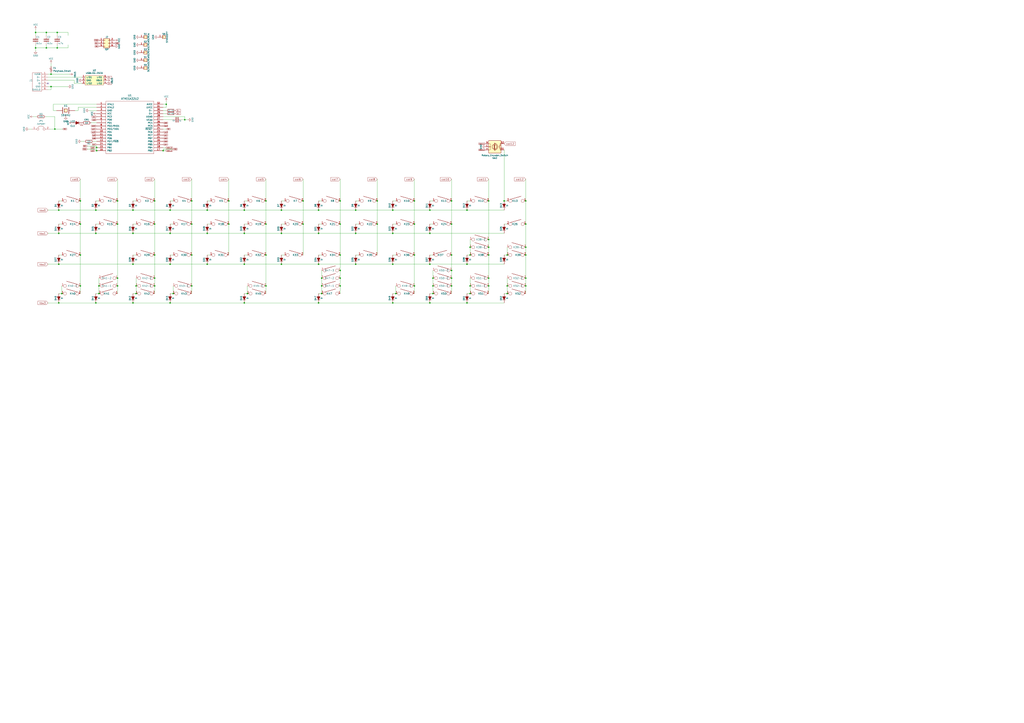
<source format=kicad_sch>
(kicad_sch (version 20211123) (generator eeschema)
  (paper "A1")
  (junction (at 81.28 234.95) (diameter 1.016))
  (junction (at 248.92 184.15) (diameter 1.016))
  (junction (at 66.04 165.1) (diameter 1.016))
  (junction (at 279.4 184.15) (diameter 1.016))
  (junction (at 292.1 191.77) (diameter 1.016))
  (junction (at 109.22 172.72) (diameter 1.016))
  (junction (at 431.8 234.95) (diameter 1.016))
  (junction (at 261.62 248.92) (diameter 1.016))
  (junction (at 431.8 209.55) (diameter 1.016))
  (junction (at 353.06 248.92) (diameter 1.016))
  (junction (at 170.18 191.77) (diameter 1.016))
  (junction (at 264.16 228.6) (diameter 1.016))
  (junction (at 370.84 234.95) (diameter 1.016))
  (junction (at 127 184.15) (diameter 1.016))
  (junction (at 78.74 248.92) (diameter 1.016))
  (junction (at 139.7 217.17) (diameter 1.016))
  (junction (at 170.18 217.17) (diameter 1.016))
  (junction (at 322.58 191.77) (diameter 1.016))
  (junction (at 401.32 196.85) (diameter 1.016))
  (junction (at 187.96 165.1) (diameter 1.016))
  (junction (at 261.62 172.72) (diameter 1.016))
  (junction (at 218.44 165.1) (diameter 1.016))
  (junction (at 401.32 234.95) (diameter 1.016))
  (junction (at 416.56 241.3) (diameter 1.016))
  (junction (at 264.16 234.95) (diameter 1.016))
  (junction (at 142.24 241.3) (diameter 1.016))
  (junction (at 309.88 165.1) (diameter 1.016))
  (junction (at 370.84 184.15) (diameter 1.016))
  (junction (at 231.14 172.72) (diameter 1.016))
  (junction (at 431.8 203.2) (diameter 1.016))
  (junction (at 325.12 241.3) (diameter 1.016))
  (junction (at 416.56 234.95) (diameter 1.016))
  (junction (at 322.58 248.92) (diameter 1.016))
  (junction (at 279.4 165.1) (diameter 1.016))
  (junction (at 66.04 184.15) (diameter 1.016))
  (junction (at 79.375 123.825) (diameter 1.016))
  (junction (at 50.8 241.3) (diameter 1.016))
  (junction (at 139.7 248.92) (diameter 1.016))
  (junction (at 200.66 248.92) (diameter 1.016))
  (junction (at 370.84 165.1) (diameter 1.016))
  (junction (at 157.48 184.15) (diameter 1.016))
  (junction (at 203.2 241.3) (diameter 1.016))
  (junction (at 431.8 165.1) (diameter 1.016))
  (junction (at 66.04 234.95) (diameter 1.016))
  (junction (at 279.4 228.6) (diameter 1.016))
  (junction (at 322.58 217.17) (diameter 1.016))
  (junction (at 340.36 234.95) (diameter 1.016))
  (junction (at 111.76 234.95) (diameter 1.016))
  (junction (at 231.14 191.77) (diameter 1.016))
  (junction (at 279.4 222.25) (diameter 1.016))
  (junction (at 355.6 234.95) (diameter 1.016))
  (junction (at 41.91 60.96) (diameter 1.016))
  (junction (at 151.765 98.425) (diameter 1.016))
  (junction (at 218.44 184.15) (diameter 1.016))
  (junction (at 46.99 39.37) (diameter 1.016))
  (junction (at 157.48 234.95) (diameter 1.016))
  (junction (at 416.56 209.55) (diameter 1.016))
  (junction (at 48.26 191.77) (diameter 1.016))
  (junction (at 96.52 228.6) (diameter 1.016))
  (junction (at 48.26 248.92) (diameter 1.016))
  (junction (at 127 165.1) (diameter 1.016))
  (junction (at 127 234.95) (diameter 1.016))
  (junction (at 401.32 165.1) (diameter 1.016))
  (junction (at 200.66 191.77) (diameter 1.016))
  (junction (at 96.52 165.1) (diameter 1.016))
  (junction (at 401.32 203.2) (diameter 1.016))
  (junction (at 353.06 172.72) (diameter 1.016))
  (junction (at 353.06 217.17) (diameter 1.016))
  (junction (at 340.36 184.15) (diameter 1.016))
  (junction (at 383.54 172.72) (diameter 1.016))
  (junction (at 383.54 248.92) (diameter 1.016))
  (junction (at 29.21 39.37) (diameter 1.016))
  (junction (at 264.16 241.3) (diameter 1.016))
  (junction (at 200.66 217.17) (diameter 1.016))
  (junction (at 78.74 191.77) (diameter 1.016))
  (junction (at 292.1 217.17) (diameter 1.016))
  (junction (at 96.52 184.15) (diameter 1.016))
  (junction (at 414.02 165.1) (diameter 1.016))
  (junction (at 231.14 217.17) (diameter 1.016))
  (junction (at 46.99 26.67) (diameter 1.016))
  (junction (at 401.32 228.6) (diameter 1.016))
  (junction (at 109.22 191.77) (diameter 1.016))
  (junction (at 340.36 209.55) (diameter 1.016))
  (junction (at 279.4 209.55) (diameter 1.016))
  (junction (at 370.84 222.25) (diameter 1.016))
  (junction (at 200.66 172.72) (diameter 1.016))
  (junction (at 45.085 106.045) (diameter 1.016))
  (junction (at 292.1 172.72) (diameter 1.016))
  (junction (at 139.7 172.72) (diameter 1.016))
  (junction (at 79.375 121.285) (diameter 1.016))
  (junction (at 386.08 234.95) (diameter 1.016))
  (junction (at 353.06 191.77) (diameter 1.016))
  (junction (at 386.08 241.3) (diameter 1.016))
  (junction (at 261.62 191.77) (diameter 1.016))
  (junction (at 96.52 234.95) (diameter 1.016))
  (junction (at 431.8 228.6) (diameter 1.016))
  (junction (at 109.22 217.17) (diameter 1.016))
  (junction (at 218.44 209.55) (diameter 1.016))
  (junction (at 111.76 241.3) (diameter 1.016))
  (junction (at 41.91 71.12) (diameter 1.016))
  (junction (at 157.48 209.55) (diameter 1.016))
  (junction (at 370.84 209.55) (diameter 1.016))
  (junction (at 38.1 39.37) (diameter 1.016))
  (junction (at 78.74 172.72) (diameter 1.016))
  (junction (at 355.6 241.3) (diameter 1.016))
  (junction (at 187.96 184.15) (diameter 1.016))
  (junction (at 355.6 228.6) (diameter 1.016))
  (junction (at 279.4 234.95) (diameter 1.016))
  (junction (at 81.28 241.3) (diameter 1.016))
  (junction (at 157.48 165.1) (diameter 1.016))
  (junction (at 136.525 85.725) (diameter 1.016))
  (junction (at 218.44 234.95) (diameter 1.016))
  (junction (at 309.88 184.15) (diameter 1.016))
  (junction (at 48.26 172.72) (diameter 1.016))
  (junction (at 401.32 209.55) (diameter 1.016))
  (junction (at 386.08 209.55) (diameter 1.016))
  (junction (at 127 209.55) (diameter 1.016))
  (junction (at 48.26 217.17) (diameter 1.016))
  (junction (at 38.1 26.67) (diameter 1.016))
  (junction (at 386.08 203.2) (diameter 1.016))
  (junction (at 370.84 228.6) (diameter 1.016))
  (junction (at 170.18 172.72) (diameter 1.016))
  (junction (at 248.92 165.1) (diameter 1.016))
  (junction (at 127 228.6) (diameter 1.016))
  (junction (at 383.54 217.17) (diameter 1.016))
  (junction (at 133.985 123.825) (diameter 1.016))
  (junction (at 66.04 209.55) (diameter 1.016))
  (junction (at 322.58 172.72) (diameter 1.016))
  (junction (at 139.7 191.77) (diameter 1.016))
  (junction (at 109.22 248.92) (diameter 1.016))
  (junction (at 261.62 217.17) (diameter 1.016))
  (junction (at 340.36 165.1) (diameter 1.016))
  (junction (at 431.8 184.15) (diameter 1.016))
  (junction (at 29.21 26.67) (diameter 1.016))
  (no_connect (at 39.37 68.58))
  (wire (pts (xy 73.025 90.805) (xy 79.375 90.805)))
  (wire (pts (xy 309.88 184.15) (xy 309.88 209.55)))
  (wire (pts (xy 261.62 184.15) (xy 264.16 184.15)))
  (wire (pts (xy 309.88 165.1) (xy 309.88 184.15)))
  (wire (pts (xy 200.66 184.15) (xy 203.2 184.15)))
  (wire (pts (xy 39.37 66.04) (xy 60.96 66.04)))
  (wire (pts (xy 136.525 106.045) (xy 133.985 106.045)))
  (wire (pts (xy 292.1 209.55) (xy 294.64 209.55)))
  (wire (pts (xy 39.37 60.96) (xy 41.91 60.96)))
  (wire (pts (xy 81.28 228.6) (xy 81.28 234.95)))
  (wire (pts (xy 55.88 39.37) (xy 55.88 36.83)))
  (wire (pts (xy 386.08 228.6) (xy 386.08 234.95)))
  (wire (pts (xy 218.44 184.15) (xy 218.44 209.55)))
  (wire (pts (xy 139.7 209.55) (xy 142.24 209.55)))
  (wire (pts (xy 200.66 172.72) (xy 231.14 172.72)))
  (wire (pts (xy 127 228.6) (xy 127 234.95)))
  (wire (pts (xy 109.22 191.77) (xy 139.7 191.77)))
  (wire (pts (xy 141.605 122.555) (xy 133.985 122.555)))
  (wire (pts (xy 139.7 191.77) (xy 170.18 191.77)))
  (wire (pts (xy 111.76 241.3) (xy 111.76 234.95)))
  (wire (pts (xy 386.08 241.3) (xy 386.08 234.95)))
  (wire (pts (xy 340.36 209.55) (xy 340.36 234.95)))
  (wire (pts (xy 292.1 165.1) (xy 294.64 165.1)))
  (wire (pts (xy 248.92 184.15) (xy 248.92 209.55)))
  (wire (pts (xy 370.84 184.15) (xy 370.84 209.55)))
  (wire (pts (xy 38.1 26.67) (xy 46.99 26.67)))
  (wire (pts (xy 416.56 165.1) (xy 414.02 165.1)))
  (wire (pts (xy 109.22 172.72) (xy 139.7 172.72)))
  (wire (pts (xy 386.08 203.2) (xy 386.08 209.55)))
  (wire (pts (xy 111.76 228.6) (xy 111.76 234.95)))
  (wire (pts (xy 142.24 234.95) (xy 142.24 241.3)))
  (wire (pts (xy 133.985 90.805) (xy 136.525 90.805)))
  (wire (pts (xy 248.92 165.1) (xy 248.92 184.15)))
  (wire (pts (xy 401.32 234.95) (xy 401.32 241.3)))
  (wire (pts (xy 48.26 172.72) (xy 78.74 172.72)))
  (wire (pts (xy 322.58 165.1) (xy 325.12 165.1)))
  (wire (pts (xy 157.48 165.1) (xy 157.48 184.15)))
  (wire (pts (xy 41.91 73.66) (xy 41.91 71.12)))
  (wire (pts (xy 46.99 26.67) (xy 46.99 29.21)))
  (wire (pts (xy 383.54 248.92) (xy 414.02 248.92)))
  (wire (pts (xy 79.375 121.285) (xy 79.375 120.015)))
  (wire (pts (xy 39.37 217.17) (xy 48.26 217.17)))
  (wire (pts (xy 203.2 165.1) (xy 200.66 165.1)))
  (wire (pts (xy 60.96 66.04) (xy 60.96 68.58)))
  (wire (pts (xy 279.4 222.25) (xy 279.4 228.6)))
  (wire (pts (xy 416.56 228.6) (xy 416.56 234.95)))
  (wire (pts (xy 46.355 90.805) (xy 43.815 90.805)))
  (wire (pts (xy 78.105 121.285) (xy 79.375 121.285)))
  (wire (pts (xy 38.1 26.67) (xy 38.1 29.21)))
  (wire (pts (xy 29.21 39.37) (xy 38.1 39.37)))
  (wire (pts (xy 127 147.32) (xy 127 165.1)))
  (wire (pts (xy 200.66 209.55) (xy 203.2 209.55)))
  (wire (pts (xy 170.18 209.55) (xy 172.72 209.55)))
  (wire (pts (xy 187.96 147.32) (xy 187.96 165.1)))
  (wire (pts (xy 71.755 120.015) (xy 79.375 120.015)))
  (wire (pts (xy 261.62 209.55) (xy 264.16 209.55)))
  (wire (pts (xy 261.62 165.1) (xy 264.16 165.1)))
  (wire (pts (xy 431.8 147.32) (xy 431.8 165.1)))
  (wire (pts (xy 353.06 217.17) (xy 383.54 217.17)))
  (wire (pts (xy 45.085 95.885) (xy 45.085 106.045)))
  (wire (pts (xy 139.7 184.15) (xy 142.24 184.15)))
  (wire (pts (xy 292.1 191.77) (xy 322.58 191.77)))
  (wire (pts (xy 401.32 165.1) (xy 401.32 196.85)))
  (wire (pts (xy 386.08 165.1) (xy 383.54 165.1)))
  (wire (pts (xy 38.1 36.83) (xy 38.1 39.37)))
  (wire (pts (xy 325.12 234.95) (xy 325.12 241.3)))
  (wire (pts (xy 340.36 165.1) (xy 340.36 184.15)))
  (wire (pts (xy 133.985 85.725) (xy 136.525 85.725)))
  (wire (pts (xy 151.765 95.885) (xy 133.985 95.885)))
  (wire (pts (xy 322.58 184.15) (xy 325.12 184.15)))
  (wire (pts (xy 322.58 248.92) (xy 353.06 248.92)))
  (wire (pts (xy 370.84 147.32) (xy 370.84 165.1)))
  (wire (pts (xy 55.88 26.67) (xy 55.88 29.21)))
  (wire (pts (xy 431.8 234.95) (xy 431.8 241.3)))
  (wire (pts (xy 248.92 147.32) (xy 248.92 165.1)))
  (wire (pts (xy 60.96 68.58) (xy 67.31 68.58)))
  (wire (pts (xy 46.99 26.67) (xy 55.88 26.67)))
  (wire (pts (xy 414.02 209.55) (xy 416.56 209.55)))
  (wire (pts (xy 48.26 191.77) (xy 78.74 191.77)))
  (wire (pts (xy 39.37 73.66) (xy 41.91 73.66)))
  (wire (pts (xy 46.99 39.37) (xy 46.99 36.83)))
  (wire (pts (xy 48.26 248.92) (xy 78.74 248.92)))
  (wire (pts (xy 50.8 184.15) (xy 48.26 184.15)))
  (wire (pts (xy 431.8 203.2) (xy 431.8 209.55)))
  (wire (pts (xy 41.91 54.61) (xy 41.91 52.07)))
  (wire (pts (xy 109.22 165.1) (xy 111.76 165.1)))
  (wire (pts (xy 78.74 191.77) (xy 109.22 191.77)))
  (wire (pts (xy 322.58 191.77) (xy 353.06 191.77)))
  (wire (pts (xy 264.16 222.25) (xy 264.16 228.6)))
  (wire (pts (xy 43.815 85.725) (xy 79.375 85.725)))
  (wire (pts (xy 264.16 234.95) (xy 264.16 241.3)))
  (wire (pts (xy 50.8 241.3) (xy 48.26 241.3)))
  (wire (pts (xy 127 234.95) (xy 127 241.3)))
  (wire (pts (xy 370.84 222.25) (xy 370.84 228.6)))
  (wire (pts (xy 79.375 116.205) (xy 76.835 116.205)))
  (wire (pts (xy 96.52 165.1) (xy 96.52 184.15)))
  (wire (pts (xy 231.14 184.15) (xy 233.68 184.15)))
  (wire (pts (xy 43.815 85.725) (xy 43.815 90.805)))
  (wire (pts (xy 231.14 191.77) (xy 261.62 191.77)))
  (wire (pts (xy 218.44 147.32) (xy 218.44 165.1)))
  (wire (pts (xy 133.985 121.285) (xy 135.89 121.285)))
  (wire (pts (xy 261.62 191.77) (xy 292.1 191.77)))
  (wire (pts (xy 78.74 165.1) (xy 81.28 165.1)))
  (wire (pts (xy 218.44 209.55) (xy 218.44 234.95)))
  (wire (pts (xy 279.4 234.95) (xy 279.4 241.3)))
  (wire (pts (xy 41.275 106.045) (xy 45.085 106.045)))
  (wire (pts (xy 154.305 98.425) (xy 151.765 98.425)))
  (wire (pts (xy 292.1 172.72) (xy 322.58 172.72)))
  (wire (pts (xy 401.32 209.55) (xy 401.32 228.6)))
  (wire (pts (xy 133.985 123.825) (xy 135.89 123.825)))
  (wire (pts (xy 78.74 172.72) (xy 109.22 172.72)))
  (wire (pts (xy 39.37 71.12) (xy 41.91 71.12)))
  (wire (pts (xy 414.02 123.19) (xy 414.02 165.1)))
  (wire (pts (xy 109.22 248.92) (xy 139.7 248.92)))
  (wire (pts (xy 139.7 241.3) (xy 142.24 241.3)))
  (wire (pts (xy 41.91 60.96) (xy 57.15 60.96)))
  (wire (pts (xy 187.96 165.1) (xy 187.96 184.15)))
  (wire (pts (xy 416.56 234.95) (xy 416.56 241.3)))
  (wire (pts (xy 69.215 116.205) (xy 66.675 116.205)))
  (wire (pts (xy 170.18 172.72) (xy 200.66 172.72)))
  (wire (pts (xy 157.48 234.95) (xy 157.48 241.3)))
  (wire (pts (xy 39.37 172.72) (xy 48.26 172.72)))
  (wire (pts (xy 64.135 88.265) (xy 64.135 90.805)))
  (wire (pts (xy 37.465 95.885) (xy 45.085 95.885)))
  (wire (pts (xy 127 165.1) (xy 127 184.15)))
  (wire (pts (xy 233.68 165.1) (xy 231.14 165.1)))
  (wire (pts (xy 292.1 184.15) (xy 294.64 184.15)))
  (wire (pts (xy 355.6 228.6) (xy 355.6 234.95)))
  (wire (pts (xy 231.14 217.17) (xy 261.62 217.17)))
  (wire (pts (xy 353.06 248.92) (xy 383.54 248.92)))
  (wire (pts (xy 322.58 241.3) (xy 325.12 241.3)))
  (wire (pts (xy 71.755 122.555) (xy 79.375 122.555)))
  (wire (pts (xy 431.8 228.6) (xy 431.8 234.95)))
  (wire (pts (xy 50.8 165.1) (xy 48.26 165.1)))
  (wire (pts (xy 39.37 63.5) (xy 67.31 63.5)))
  (wire (pts (xy 81.28 241.3) (xy 78.74 241.3)))
  (wire (pts (xy 370.84 228.6) (xy 370.84 234.95)))
  (wire (pts (xy 416.56 241.3) (xy 414.02 241.3)))
  (wire (pts (xy 353.06 191.77) (xy 414.02 191.77)))
  (wire (pts (xy 401.32 228.6) (xy 401.32 234.95)))
  (wire (pts (xy 340.36 234.95) (xy 340.36 241.3)))
  (wire (pts (xy 109.22 209.55) (xy 111.76 209.55)))
  (wire (pts (xy 414.02 184.15) (xy 416.56 184.15)))
  (wire (pts (xy 218.44 234.95) (xy 218.44 241.3)))
  (wire (pts (xy 355.6 241.3) (xy 353.06 241.3)))
  (wire (pts (xy 279.4 209.55) (xy 279.4 222.25)))
  (wire (pts (xy 61.595 90.805) (xy 64.135 90.805)))
  (wire (pts (xy 431.8 165.1) (xy 431.8 184.15)))
  (wire (pts (xy 157.48 147.32) (xy 157.48 165.1)))
  (wire (pts (xy 353.06 209.55) (xy 355.6 209.55)))
  (wire (pts (xy 79.375 122.555) (xy 79.375 123.825)))
  (wire (pts (xy 48.26 209.55) (xy 50.8 209.55)))
  (wire (pts (xy 41.91 71.12) (xy 55.88 71.12)))
  (wire (pts (xy 96.52 234.95) (xy 96.52 241.3)))
  (wire (pts (xy 39.37 191.77) (xy 48.26 191.77)))
  (wire (pts (xy 81.28 184.15) (xy 78.74 184.15)))
  (wire (pts (xy 170.18 184.15) (xy 172.72 184.15)))
  (wire (pts (xy 322.58 217.17) (xy 353.06 217.17)))
  (wire (pts (xy 200.66 248.92) (xy 261.62 248.92)))
  (wire (pts (xy 383.54 241.3) (xy 386.08 241.3)))
  (wire (pts (xy 279.4 165.1) (xy 279.4 184.15)))
  (wire (pts (xy 353.06 172.72) (xy 383.54 172.72)))
  (wire (pts (xy 386.08 209.55) (xy 383.54 209.55)))
  (wire (pts (xy 340.36 147.32) (xy 340.36 165.1)))
  (wire (pts (xy 66.04 147.32) (xy 66.04 165.1)))
  (wire (pts (xy 133.985 122.555) (xy 133.985 123.825)))
  (wire (pts (xy 151.765 95.885) (xy 151.765 98.425)))
  (wire (pts (xy 322.58 172.72) (xy 353.06 172.72)))
  (wire (pts (xy 96.52 147.32) (xy 96.52 165.1)))
  (wire (pts (xy 279.4 147.32) (xy 279.4 165.1)))
  (wire (pts (xy 79.375 88.265) (xy 64.135 88.265)))
  (wire (pts (xy 136.525 93.345) (xy 133.985 93.345)))
  (wire (pts (xy 139.7 172.72) (xy 170.18 172.72)))
  (wire (pts (xy 170.18 217.17) (xy 200.66 217.17)))
  (wire (pts (xy 309.88 147.32) (xy 309.88 165.1)))
  (wire (pts (xy 29.21 39.37) (xy 29.21 41.91)))
  (wire (pts (xy 29.21 36.83) (xy 29.21 39.37)))
  (wire (pts (xy 139.7 165.1) (xy 142.24 165.1)))
  (wire (pts (xy 45.085 106.045) (xy 51.435 106.045)))
  (wire (pts (xy 261.62 217.17) (xy 292.1 217.17)))
  (wire (pts (xy 66.04 209.55) (xy 66.04 234.95)))
  (wire (pts (xy 39.37 248.92) (xy 48.26 248.92)))
  (wire (pts (xy 66.04 234.95) (xy 66.04 241.3)))
  (wire (pts (xy 383.54 217.17) (xy 414.02 217.17)))
  (wire (pts (xy 200.66 217.17) (xy 231.14 217.17)))
  (wire (pts (xy 386.08 196.85) (xy 386.08 203.2)))
  (wire (pts (xy 136.525 85.725) (xy 136.525 83.185)))
  (wire (pts (xy 200.66 241.3) (xy 203.2 241.3)))
  (wire (pts (xy 431.8 209.55) (xy 431.8 228.6)))
  (wire (pts (xy 292.1 217.17) (xy 322.58 217.17)))
  (wire (pts (xy 353.06 184.15) (xy 355.6 184.15)))
  (wire (pts (xy 29.21 26.67) (xy 29.21 29.21)))
  (wire (pts (xy 151.765 98.425) (xy 149.225 98.425)))
  (wire (pts (xy 38.1 39.37) (xy 46.99 39.37)))
  (wire (pts (xy 46.99 39.37) (xy 55.88 39.37)))
  (wire (pts (xy 340.36 184.15) (xy 340.36 209.55)))
  (wire (pts (xy 370.84 234.95) (xy 370.84 241.3)))
  (wire (pts (xy 74.93 100.965) (xy 79.375 100.965)))
  (wire (pts (xy 27.305 95.885) (xy 29.845 95.885)))
  (wire (pts (xy 370.84 209.55) (xy 370.84 222.25)))
  (wire (pts (xy 26.035 106.045) (xy 23.495 106.045)))
  (wire (pts (xy 157.48 209.55) (xy 157.48 234.95)))
  (wire (pts (xy 141.605 98.425) (xy 133.985 98.425)))
  (wire (pts (xy 50.8 234.95) (xy 50.8 241.3)))
  (wire (pts (xy 401.32 147.32) (xy 401.32 165.1)))
  (wire (pts (xy 29.21 24.13) (xy 29.21 26.67)))
  (wire (pts (xy 231.14 209.55) (xy 233.68 209.55)))
  (wire (pts (xy 264.16 241.3) (xy 261.62 241.3)))
  (wire (pts (xy 200.66 191.77) (xy 231.14 191.77)))
  (wire (pts (xy 431.8 184.15) (xy 431.8 203.2)))
  (wire (pts (xy 81.28 234.95) (xy 81.28 241.3)))
  (wire (pts (xy 139.7 217.17) (xy 170.18 217.17)))
  (wire (pts (xy 401.32 196.85) (xy 401.32 203.2)))
  (wire (pts (xy 170.18 165.1) (xy 172.72 165.1)))
  (wire (pts (xy 187.96 184.15) (xy 187.96 209.55)))
  (wire (pts (xy 48.26 217.17) (xy 109.22 217.17)))
  (wire (pts (xy 96.52 184.15) (xy 96.52 228.6)))
  (wire (pts (xy 109.22 217.17) (xy 139.7 217.17)))
  (wire (pts (xy 401.32 203.2) (xy 401.32 209.55)))
  (wire (pts (xy 109.22 241.3) (xy 111.76 241.3)))
  (wire (pts (xy 133.985 88.265) (xy 136.525 88.265)))
  (wire (pts (xy 78.74 248.92) (xy 109.22 248.92)))
  (wire (pts (xy 264.16 228.6) (xy 264.16 234.95)))
  (wire (pts (xy 111.76 184.15) (xy 109.22 184.15)))
  (wire (pts (xy 322.58 209.55) (xy 325.12 209.55)))
  (wire (pts (xy 139.7 248.92) (xy 200.66 248.92)))
  (wire (pts (xy 279.4 184.15) (xy 279.4 209.55)))
  (wire (pts (xy 370.84 165.1) (xy 370.84 184.15)))
  (wire (pts (xy 78.105 123.825) (xy 79.375 123.825)))
  (wire (pts (xy 231.14 172.72) (xy 261.62 172.72)))
  (wire (pts (xy 29.21 26.67) (xy 38.1 26.67)))
  (wire (pts (xy 41.91 60.96) (xy 41.91 59.69)))
  (wire (pts (xy 66.04 165.1) (xy 66.04 184.15)))
  (wire (pts (xy 127 184.15) (xy 127 209.55)))
  (wire (pts (xy 355.6 165.1) (xy 353.06 165.1)))
  (wire (pts (xy 66.04 184.15) (xy 66.04 209.55)))
  (wire (pts (xy 218.44 165.1) (xy 218.44 184.15)))
  (wire (pts (xy 127 209.55) (xy 127 228.6)))
  (wire (pts (xy 136.525 88.265) (xy 136.525 85.725)))
  (wire (pts (xy 203.2 234.95) (xy 203.2 241.3)))
  (wire (pts (xy 416.56 209.55) (xy 416.56 203.2)))
  (wire (pts (xy 170.18 191.77) (xy 200.66 191.77)))
  (wire (pts (xy 96.52 228.6) (xy 96.52 234.95)))
  (wire (pts (xy 261.62 248.92) (xy 322.58 248.92)))
  (wire (pts (xy 355.6 234.95) (xy 355.6 241.3)))
  (wire (pts (xy 383.54 172.72) (xy 414.02 172.72)))
  (wire (pts (xy 261.62 172.72) (xy 292.1 172.72)))
  (wire (pts (xy 279.4 228.6) (xy 279.4 234.95)))
  (wire (pts (xy 355.6 222.25) (xy 355.6 228.6)))
  (wire (pts (xy 157.48 184.15) (xy 157.48 209.55)))
  (global_label "col9" (shape input) (at 340.36 147.32 180) (effects (font (size 1.524 1.524))) (property "Intersheet References" "${INTERSHEET_REFS}" (effects hide)))
  (global_label "row2" (shape input) (at 133.985 103.505 0) (effects (font (size 0.7112 0.7112))) (property "Intersheet References" "${INTERSHEET_REFS}" (effects hide)))
  (global_label "MISO" (shape input) (at 81.28 33.02 180) (effects (font (size 0.7112 0.7112))) (property "Intersheet References" "${INTERSHEET_REFS}" (effects hide)))
  (global_label "col4" (shape input) (at 133.985 118.745 0) (effects (font (size 0.7112 0.7112))) (property "Intersheet References" "${INTERSHEET_REFS}" (effects hide)))
  (global_label "col8" (shape input) (at 309.88 147.32 180) (effects (font (size 1.524 1.524))) (property "Intersheet References" "${INTERSHEET_REFS}" (effects hide)))
  (global_label "col2" (shape input) (at 127 147.32 180) (effects (font (size 1.524 1.524))) (property "Intersheet References" "${INTERSHEET_REFS}" (effects hide)))
  (global_label "rotary_b" (shape input) (at 398.78 118.11 180) (effects (font (size 0.7112 0.7112))) (property "Intersheet References" "${INTERSHEET_REFS}" (effects hide)))
  (global_label "col1" (shape input) (at 96.52 147.32 180) (effects (font (size 1.524 1.524))) (property "Intersheet References" "${INTERSHEET_REFS}" (effects hide)))
  (global_label "col5" (shape input) (at 78.105 123.825 180) (effects (font (size 0.7112 0.7112))) (property "Intersheet References" "${INTERSHEET_REFS}" (effects hide)))
  (global_label "D-" (shape input) (at 87.63 63.5 0) (effects (font (size 0.9906 0.9906))) (property "Intersheet References" "${INTERSHEET_REFS}" (effects hide)))
  (global_label "row0" (shape input) (at 39.37 172.72 180) (effects (font (size 1.524 1.524))) (property "Intersheet References" "${INTERSHEET_REFS}" (effects hide)))
  (global_label "D+" (shape input) (at 144.145 93.345 0) (effects (font (size 0.9906 0.9906))) (property "Intersheet References" "${INTERSHEET_REFS}" (effects hide)))
  (global_label "MOSI" (shape input) (at 93.98 35.56 0) (effects (font (size 0.7112 0.7112))) (property "Intersheet References" "${INTERSHEET_REFS}" (effects hide)))
  (global_label "col6" (shape input) (at 248.92 147.32 180) (effects (font (size 1.524 1.524))) (property "Intersheet References" "${INTERSHEET_REFS}" (effects hide)))
  (global_label "col9" (shape input) (at 79.375 111.125 180) (effects (font (size 0.7112 0.7112))) (property "Intersheet References" "${INTERSHEET_REFS}" (effects hide)))
  (global_label "col4" (shape input) (at 187.96 147.32 180) (effects (font (size 1.524 1.524))) (property "Intersheet References" "${INTERSHEET_REFS}" (effects hide)))
  (global_label "col11" (shape input) (at 79.375 106.045 180) (effects (font (size 0.7112 0.7112))) (property "Intersheet References" "${INTERSHEET_REFS}" (effects hide)))
  (global_label "col2" (shape input) (at 133.985 113.665 0) (effects (font (size 0.7112 0.7112))) (property "Intersheet References" "${INTERSHEET_REFS}" (effects hide)))
  (global_label "col12" (shape input) (at 414.02 118.11 0) (effects (font (size 1.524 1.524))) (property "Intersheet References" "${INTERSHEET_REFS}" (effects hide)))
  (global_label "rotary_a" (shape input) (at 398.78 123.19 180) (effects (font (size 0.7112 0.7112))) (property "Intersheet References" "${INTERSHEET_REFS}" (effects hide)))
  (global_label "col3" (shape input) (at 157.48 147.32 180) (effects (font (size 1.524 1.524))) (property "Intersheet References" "${INTERSHEET_REFS}" (effects hide)))
  (global_label "row3" (shape input) (at 39.37 248.92 180) (effects (font (size 1.524 1.524))) (property "Intersheet References" "${INTERSHEET_REFS}" (effects hide)))
  (global_label "col10" (shape input) (at 370.84 147.32 180) (effects (font (size 1.524 1.524))) (property "Intersheet References" "${INTERSHEET_REFS}" (effects hide)))
  (global_label "RST" (shape input) (at 136.525 106.045 0) (effects (font (size 0.7112 0.7112))) (property "Intersheet References" "${INTERSHEET_REFS}" (effects hide)))
  (global_label "rotary_b" (shape input) (at 135.89 121.285 0) (effects (font (size 0.7112 0.7112))) (property "Intersheet References" "${INTERSHEET_REFS}" (effects hide)))
  (global_label "row1" (shape input) (at 39.37 191.77 180) (effects (font (size 1.524 1.524))) (property "Intersheet References" "${INTERSHEET_REFS}" (effects hide)))
  (global_label "col3" (shape input) (at 133.985 116.205 0) (effects (font (size 0.7112 0.7112))) (property "Intersheet References" "${INTERSHEET_REFS}" (effects hide)))
  (global_label "row2" (shape input) (at 39.37 217.17 180) (effects (font (size 1.524 1.524))) (property "Intersheet References" "${INTERSHEET_REFS}" (effects hide)))
  (global_label "col7" (shape input) (at 279.4 147.32 180) (effects (font (size 1.524 1.524))) (property "Intersheet References" "${INTERSHEET_REFS}" (effects hide)))
  (global_label "MISO" (shape input) (at 141.605 122.555 0) (effects (font (size 0.7112 0.7112))) (property "Intersheet References" "${INTERSHEET_REFS}" (effects hide)))
  (global_label "col0" (shape input) (at 66.04 147.32 180) (effects (font (size 1.524 1.524))) (property "Intersheet References" "${INTERSHEET_REFS}" (effects hide)))
  (global_label "rotary_a" (shape input) (at 135.89 123.825 0) (effects (font (size 0.7112 0.7112))) (property "Intersheet References" "${INTERSHEET_REFS}" (effects hide)))
  (global_label "SCK" (shape input) (at 81.28 35.56 180) (effects (font (size 0.7112 0.7112))) (property "Intersheet References" "${INTERSHEET_REFS}" (effects hide)))
  (global_label "SCK" (shape input) (at 71.755 120.015 180) (effects (font (size 0.7112 0.7112))) (property "Intersheet References" "${INTERSHEET_REFS}" (effects hide)))
  (global_label "col5" (shape input) (at 218.44 147.32 180) (effects (font (size 1.524 1.524))) (property "Intersheet References" "${INTERSHEET_REFS}" (effects hide)))
  (global_label "col10" (shape input) (at 79.375 108.585 180) (effects (font (size 0.7112 0.7112))) (property "Intersheet References" "${INTERSHEET_REFS}" (effects hide)))
  (global_label "col7" (shape input) (at 79.375 118.745 180) (effects (font (size 0.7112 0.7112))) (property "Intersheet References" "${INTERSHEET_REFS}" (effects hide)))
  (global_label "row1" (shape input) (at 79.375 95.885 180) (effects (font (size 0.7112 0.7112))) (property "Intersheet References" "${INTERSHEET_REFS}" (effects hide)))
  (global_label "RST" (shape input) (at 51.435 106.045 0) (effects (font (size 0.7112 0.7112))) (property "Intersheet References" "${INTERSHEET_REFS}" (effects hide)))
  (global_label "col11" (shape input) (at 401.32 147.32 180) (effects (font (size 1.524 1.524))) (property "Intersheet References" "${INTERSHEET_REFS}" (effects hide)))
  (global_label "D-" (shape input) (at 144.145 90.805 0) (effects (font (size 0.9906 0.9906))) (property "Intersheet References" "${INTERSHEET_REFS}" (effects hide)))
  (global_label "RST" (shape input) (at 81.28 38.1 180) (effects (font (size 0.7112 0.7112))) (property "Intersheet References" "${INTERSHEET_REFS}" (effects hide)))
  (global_label "col12" (shape input) (at 79.375 103.505 180) (effects (font (size 0.7112 0.7112))) (property "Intersheet References" "${INTERSHEET_REFS}" (effects hide)))
  (global_label "col6" (shape input) (at 78.105 121.285 180) (effects (font (size 0.7112 0.7112))) (property "Intersheet References" "${INTERSHEET_REFS}" (effects hide)))
  (global_label "col8" (shape input) (at 79.375 113.665 180) (effects (font (size 0.7112 0.7112))) (property "Intersheet References" "${INTERSHEET_REFS}" (effects hide)))
  (global_label "col1" (shape input) (at 133.985 111.125 0) (effects (font (size 0.7112 0.7112))) (property "Intersheet References" "${INTERSHEET_REFS}" (effects hide)))
  (global_label "col0" (shape input) (at 133.985 100.965 0) (effects (font (size 0.7112 0.7112))) (property "Intersheet References" "${INTERSHEET_REFS}" (effects hide)))
  (global_label "row3" (shape input) (at 133.985 108.585 0) (effects (font (size 0.7112 0.7112))) (property "Intersheet References" "${INTERSHEET_REFS}" (effects hide)))
  (global_label "col12" (shape input) (at 431.8 147.32 180) (effects (font (size 1.524 1.524))) (property "Intersheet References" "${INTERSHEET_REFS}" (effects hide)))
  (global_label "D+" (shape input) (at 87.63 68.58 0) (effects (font (size 0.9906 0.9906))) (property "Intersheet References" "${INTERSHEET_REFS}" (effects hide)))
  (global_label "MOSI" (shape input) (at 71.755 122.555 180) (effects (font (size 0.7112 0.7112))) (property "Intersheet References" "${INTERSHEET_REFS}" (effects hide)))
  (global_label "row0" (shape input) (at 79.375 98.425 180) (effects (font (size 0.7112 0.7112))) (property "Intersheet References" "${INTERSHEET_REFS}" (effects hide)))
  (symbol (lib_id "keyboard_parts:XTAL_GND") (at 53.975 90.805 0) (unit 1)
    (property "Reference" "X1" (at 53.975 86.995 0) (effects (font (size 1.524 1.524))))
    (property "Value" "16mhz" (at 53.975 94.615 0) (effects (font (size 1.524 1.524))))
    (property "Footprint" "Keeb_components:Resonator_SMD_muRata_CSTNExxV-3Pin-p1.2" (effects hide))
  )
  (symbol (lib_id "Power:GND") (at 73.025 90.805 270) (unit 1)
    (property "Reference" "#PWR01" (effects hide))
    (property "Value" "GND" (at 69.215 90.805 0))
  )
  (symbol (lib_id "Power:VCC") (at 29.21 24.13 0) (unit 1)
    (property "Reference" "#PWR02" (effects hide))
    (property "Value" "VCC" (at 29.21 20.32 0))
  )
  (symbol (lib_id "Device:C") (at 29.21 33.02 0) (unit 1)
    (property "Reference" "C1" (at 29.845 30.48 0) (effects (justify left)))
    (property "Value" "0.1u" (at 29.845 35.56 0) (effects (justify left)))
    (property "Footprint" "Keeb_components:C_0603" (effects hide))
  )
  (symbol (lib_id "Device:C") (at 38.1 33.02 0) (unit 1)
    (property "Reference" "C2" (at 38.735 30.48 0) (effects (justify left)))
    (property "Value" "0.1u" (at 38.735 35.56 0) (effects (justify left)))
    (property "Footprint" "Keeb_components:C_0603" (effects hide))
  )
  (symbol (lib_id "Device:C") (at 46.99 33.02 0) (unit 1)
    (property "Reference" "C3" (at 47.625 30.48 0) (effects (justify left)))
    (property "Value" "4.7u" (at 47.625 35.56 0) (effects (justify left)))
    (property "Footprint" "Keeb_components:C_0603" (effects hide))
  )
  (symbol (lib_id "Power:GND") (at 29.21 41.91 0) (unit 1)
    (property "Reference" "#PWR03" (effects hide))
    (property "Value" "GND" (at 29.21 45.72 0))
  )
  (symbol (lib_id "Device:R") (at 33.655 95.885 90) (unit 1)
    (property "Reference" "R3" (at 33.655 93.853 90))
    (property "Value" "10k" (at 33.655 95.885 90))
    (property "Footprint" "Keeb_components:R_0603" (effects hide))
  )
  (symbol (lib_id "Power:VCC") (at 27.305 95.885 90) (unit 1)
    (property "Reference" "#PWR04" (effects hide))
    (property "Value" "VCC" (at 23.495 95.885 0))
  )
  (symbol (lib_id "Power:GND") (at 23.495 106.045 270) (unit 1)
    (property "Reference" "#PWR05" (effects hide))
    (property "Value" "GND" (at 19.685 106.045 0))
  )
  (symbol (lib_id "Device:R") (at 73.025 116.205 270) (unit 1)
    (property "Reference" "R4" (at 73.025 118.237 90))
    (property "Value" "10k" (at 73.025 116.205 90))
    (property "Footprint" "Keeb_components:R_0603" (effects hide))
  )
  (symbol (lib_id "Power:GND") (at 66.675 116.205 270) (unit 1)
    (property "Reference" "#PWR06" (effects hide))
    (property "Value" "GND" (at 62.865 116.205 0))
  )
  (symbol (lib_id "keyboard_parts:USB_mini_micro_B") (at 35.56 64.77 0) (unit 1)
    (property "Reference" "J1" (at 25.4 66.04 0) (effects (font (size 1.524 1.524))))
    (property "Value" "USB_mini_micro_B" (effects hide))
    (property "Footprint" "Keeb_components:U-F-M5DD-Y-L" (effects hide))
  )
  (symbol (lib_id "Power:VCC") (at 41.91 52.07 0) (unit 1)
    (property "Reference" "#PWR07" (effects hide))
    (property "Value" "VCC" (at 41.91 48.26 0))
  )
  (symbol (lib_id "Power:GND") (at 154.305 98.425 90) (unit 1)
    (property "Reference" "#PWR08" (effects hide))
    (property "Value" "GND" (at 158.115 98.425 0))
  )
  (symbol (lib_id "Device:C") (at 145.415 98.425 90) (mirror x) (unit 1)
    (property "Reference" "C4" (at 143.8656 99.1362 90) (effects (font (size 0.9906 0.9906)) (justify left)))
    (property "Value" "1u" (at 148.9456 99.1362 90) (effects (font (size 0.9906 0.9906)) (justify left)))
    (property "Footprint" "Keeb_components:C_0603" (effects hide))
  )
  (symbol (lib_id "Device:R") (at 140.335 90.805 270) (mirror x) (unit 1)
    (property "Reference" "R1" (at 141.8336 90.805 90) (effects (font (size 0.9906 0.9906))))
    (property "Value" "22" (at 139.0396 90.805 90) (effects (font (size 0.9906 0.9906))))
    (property "Footprint" "Keeb_components:R_0603" (effects hide))
  )
  (symbol (lib_id "Device:R") (at 140.335 93.345 270) (mirror x) (unit 1)
    (property "Reference" "R2" (at 141.8336 93.345 90) (effects (font (size 0.9906 0.9906))))
    (property "Value" "22" (at 139.0396 93.345 90) (effects (font (size 0.9906 0.9906))))
    (property "Footprint" "Keeb_components:R_0603" (effects hide))
  )
  (symbol (lib_id "Power:VCC") (at 136.525 83.185 0) (mirror y) (unit 1)
    (property "Reference" "#PWR013" (effects hide))
    (property "Value" "VCC" (at 136.525 79.375 0))
  )
  (symbol (lib_id "keyboard_parts:KEYSW") (at 58.42 165.1 0) (mirror y) (unit 1)
    (property "Reference" "K1" (at 59.69 165.1 0) (effects (font (size 1.524 1.524))))
    (property "Value" "KEYSW" (effects hide))
    (property "Footprint" "Keeb_switches:CHERRY_PLATE_100H" (effects hide))
  )
  (symbol (lib_id "keyboard_parts:KEYSW") (at 58.42 184.15 0) (mirror y) (unit 1)
    (property "Reference" "K14" (at 59.69 184.15 0) (effects (font (size 1.524 1.524))))
    (property "Value" "KEYSW" (effects hide))
    (property "Footprint" "Keeb_switches:CHERRY_PLATE_125H" (effects hide))
  )
  (symbol (lib_id "keyboard_parts:KEYSW") (at 58.42 209.55 0) (mirror y) (unit 1)
    (property "Reference" "K27" (at 59.69 209.55 0) (effects (font (size 1.524 1.524))))
    (property "Value" "KEYSW" (effects hide))
    (property "Footprint" "Keeb_switches:CHERRY_PLATE_175H" (effects hide))
  )
  (symbol (lib_id "keyboard_parts:KEYSW") (at 58.42 241.3 0) (mirror y) (unit 1)
    (property "Reference" "K40" (at 59.69 241.3 0) (effects (font (size 1.524 1.524))))
    (property "Value" "KEYSW" (effects hide))
    (property "Footprint" "Keeb_switches:CHERRY_PLATE_125H" (effects hide))
  )
  (symbol (lib_id "Device:D_ALT") (at 48.26 168.91 90) (unit 1)
    (property "Reference" "D1" (at 45.72 168.91 0))
    (property "Value" "D" (at 50.8 168.91 0))
    (property "Footprint" "Keeb_components:D_0805" (effects hide))
  )
  (symbol (lib_id "Device:D_ALT") (at 48.26 187.96 90) (unit 1)
    (property "Reference" "D14" (at 45.72 187.96 0))
    (property "Value" "D" (at 50.8 187.96 0))
    (property "Footprint" "Keeb_components:D_0805" (effects hide))
  )
  (symbol (lib_id "Device:D_ALT") (at 48.26 213.36 90) (unit 1)
    (property "Reference" "D27" (at 45.72 213.36 0))
    (property "Value" "D" (at 50.8 213.36 0))
    (property "Footprint" "Keeb_components:D_0805" (effects hide))
  )
  (symbol (lib_id "Device:D_ALT") (at 48.26 245.11 90) (unit 1)
    (property "Reference" "D40" (at 45.72 245.11 0))
    (property "Value" "D" (at 50.8 245.11 0))
    (property "Footprint" "Keeb_components:D_0805" (effects hide))
  )
  (symbol (lib_id "keyboard_parts:KEYSW") (at 88.9 165.1 0) (mirror y) (unit 1)
    (property "Reference" "K2" (at 90.17 165.1 0) (effects (font (size 1.524 1.524))))
    (property "Value" "KEYSW" (effects hide))
    (property "Footprint" "Keeb_switches:CHERRY_PLATE_100H" (effects hide))
  )
  (symbol (lib_id "keyboard_parts:KEYSW") (at 88.9 184.15 0) (mirror y) (unit 1)
    (property "Reference" "K15" (at 90.17 184.15 0) (effects (font (size 1.524 1.524))))
    (property "Value" "KEYSW" (effects hide))
    (property "Footprint" "Keeb_switches:CHERRY_PLATE_100H" (effects hide))
  )
  (symbol (lib_id "keyboard_parts:KEYSW") (at 363.22 209.55 0) (unit 1)
    (property "Reference" "K37" (at 361.95 209.55 0) (effects (font (size 1.524 1.524))))
    (property "Value" "KEYSW" (effects hide))
    (property "Footprint" "Keeb_switches:CHERRY_PLATE_100H" (effects hide))
  )
  (symbol (lib_id "keyboard_parts:KEYSW") (at 88.9 241.3 0) (unit 1)
    (property "Reference" "K41" (at 87.63 241.3 0) (effects (font (size 1.524 1.524))))
    (property "Value" "KEYSW" (effects hide))
    (property "Footprint" "Keeb_switches:CHERRY_PLATE_100H" (effects hide))
  )
  (symbol (lib_id "Device:D_ALT") (at 78.74 168.91 90) (unit 1)
    (property "Reference" "D2" (at 76.2 168.91 0))
    (property "Value" "D" (at 81.28 168.91 0))
    (property "Footprint" "Keeb_components:D_0805" (effects hide))
  )
  (symbol (lib_id "Device:D_ALT") (at 78.74 187.96 90) (unit 1)
    (property "Reference" "D15" (at 76.2 187.96 0))
    (property "Value" "D" (at 81.28 187.96 0))
    (property "Footprint" "Keeb_components:D_0805" (effects hide))
  )
  (symbol (lib_id "Device:D_ALT") (at 353.06 213.36 90) (unit 1)
    (property "Reference" "D37" (at 350.52 213.36 0))
    (property "Value" "D" (at 355.6 213.36 0))
    (property "Footprint" "Keeb_components:D_0805" (effects hide))
  )
  (symbol (lib_id "Device:D_ALT") (at 78.74 245.11 90) (unit 1)
    (property "Reference" "D41" (at 76.2 245.11 0))
    (property "Value" "D" (at 81.28 245.11 0))
    (property "Footprint" "Keeb_components:D_0805" (effects hide))
  )
  (symbol (lib_id "keyboard_parts:KEYSW") (at 119.38 165.1 0) (mirror y) (unit 1)
    (property "Reference" "K3" (at 120.65 165.1 0) (effects (font (size 1.524 1.524))))
    (property "Value" "KEYSW" (effects hide))
    (property "Footprint" "Keeb_switches:CHERRY_PLATE_100H" (effects hide))
  )
  (symbol (lib_id "keyboard_parts:KEYSW") (at 119.38 184.15 0) (mirror y) (unit 1)
    (property "Reference" "K16" (at 120.65 184.15 0) (effects (font (size 1.524 1.524))))
    (property "Value" "KEYSW" (effects hide))
    (property "Footprint" "Keeb_switches:CHERRY_PLATE_100H" (effects hide))
  )
  (symbol (lib_id "keyboard_parts:KEYSW") (at 119.38 209.55 0) (mirror y) (unit 1)
    (property "Reference" "K29" (at 120.65 209.55 0) (effects (font (size 1.524 1.524))))
    (property "Value" "KEYSW" (effects hide))
    (property "Footprint" "Keeb_switches:CHERRY_PLATE_100H" (effects hide))
  )
  (symbol (lib_id "keyboard_parts:KEYSW") (at 119.38 241.3 0) (mirror y) (unit 1)
    (property "Reference" "K42" (at 120.65 241.3 0) (effects (font (size 1.524 1.524))))
    (property "Value" "KEYSW" (effects hide))
    (property "Footprint" "Keeb_switches:CHERRY_PLATE_100H" (effects hide))
  )
  (symbol (lib_id "Device:D_ALT") (at 109.22 168.91 90) (unit 1)
    (property "Reference" "D3" (at 106.68 168.91 0))
    (property "Value" "D" (at 111.76 168.91 0))
    (property "Footprint" "Keeb_components:D_0805" (effects hide))
  )
  (symbol (lib_id "Device:D_ALT") (at 109.22 187.96 90) (unit 1)
    (property "Reference" "D16" (at 106.68 187.96 0))
    (property "Value" "D" (at 111.76 187.96 0))
    (property "Footprint" "Keeb_components:D_0805" (effects hide))
  )
  (symbol (lib_id "Device:D_ALT") (at 109.22 213.36 90) (unit 1)
    (property "Reference" "D29" (at 106.68 213.36 0))
    (property "Value" "D" (at 111.76 213.36 0))
    (property "Footprint" "Keeb_components:D_0805" (effects hide))
  )
  (symbol (lib_id "Device:D_ALT") (at 109.22 245.11 90) (unit 1)
    (property "Reference" "D42" (at 106.68 245.11 0))
    (property "Value" "D" (at 111.76 245.11 0))
    (property "Footprint" "Keeb_components:D_0805" (effects hide))
  )
  (symbol (lib_id "keyboard_parts:KEYSW") (at 149.86 165.1 0) (mirror y) (unit 1)
    (property "Reference" "K4" (at 151.13 165.1 0) (effects (font (size 1.524 1.524))))
    (property "Value" "KEYSW" (effects hide))
    (property "Footprint" "Keeb_switches:CHERRY_PLATE_100H" (effects hide))
  )
  (symbol (lib_id "keyboard_parts:KEYSW") (at 149.86 184.15 0) (mirror y) (unit 1)
    (property "Reference" "K17" (at 151.13 184.15 0) (effects (font (size 1.524 1.524))))
    (property "Value" "KEYSW" (effects hide))
    (property "Footprint" "Keeb_switches:CHERRY_PLATE_100H" (effects hide))
  )
  (symbol (lib_id "keyboard_parts:KEYSW") (at 149.86 209.55 0) (mirror y) (unit 1)
    (property "Reference" "K30" (at 151.13 209.55 0) (effects (font (size 1.524 1.524))))
    (property "Value" "KEYSW" (effects hide))
    (property "Footprint" "Keeb_switches:CHERRY_PLATE_100H" (effects hide))
  )
  (symbol (lib_id "keyboard_parts:KEYSW") (at 149.86 241.3 0) (mirror y) (unit 1)
    (property "Reference" "K43" (at 151.13 241.3 0) (effects (font (size 1.524 1.524))))
    (property "Value" "KEYSW" (effects hide))
    (property "Footprint" "Keeb_switches:CHERRY_PLATE_100H" (effects hide))
  )
  (symbol (lib_id "Device:D_ALT") (at 139.7 168.91 90) (unit 1)
    (property "Reference" "D4" (at 137.16 168.91 0))
    (property "Value" "D" (at 142.24 168.91 0))
    (property "Footprint" "Keeb_components:D_0805" (effects hide))
  )
  (symbol (lib_id "Device:D_ALT") (at 139.7 187.96 90) (unit 1)
    (property "Reference" "D17" (at 137.16 187.96 0))
    (property "Value" "D" (at 142.24 187.96 0))
    (property "Footprint" "Keeb_components:D_0805" (effects hide))
  )
  (symbol (lib_id "Device:D_ALT") (at 139.7 213.36 90) (unit 1)
    (property "Reference" "D30" (at 137.16 213.36 0))
    (property "Value" "D" (at 142.24 213.36 0))
    (property "Footprint" "Keeb_components:D_0805" (effects hide))
  )
  (symbol (lib_id "Device:D_ALT") (at 139.7 245.11 90) (unit 1)
    (property "Reference" "D43" (at 137.16 245.11 0))
    (property "Value" "D" (at 142.24 245.11 0))
    (property "Footprint" "Keeb_components:D_0805" (effects hide))
  )
  (symbol (lib_id "keyboard_parts:KEYSW") (at 180.34 165.1 0) (mirror y) (unit 1)
    (property "Reference" "K5" (at 181.61 165.1 0) (effects (font (size 1.524 1.524))))
    (property "Value" "KEYSW" (effects hide))
    (property "Footprint" "Keeb_switches:CHERRY_PLATE_100H" (effects hide))
  )
  (symbol (lib_id "keyboard_parts:KEYSW") (at 180.34 184.15 0) (mirror y) (unit 1)
    (property "Reference" "K18" (at 181.61 184.15 0) (effects (font (size 1.524 1.524))))
    (property "Value" "KEYSW" (effects hide))
    (property "Footprint" "Keeb_switches:CHERRY_PLATE_100H" (effects hide))
  )
  (symbol (lib_id "keyboard_parts:KEYSW") (at 180.34 209.55 0) (mirror y) (unit 1)
    (property "Reference" "K31" (at 181.61 209.55 0) (effects (font (size 1.524 1.524))))
    (property "Value" "KEYSW" (effects hide))
    (property "Footprint" "Keeb_switches:CHERRY_PLATE_100H" (effects hide))
  )
  (symbol (lib_id "keyboard_parts:KEYSW") (at 210.82 241.3 0) (mirror y) (unit 1)
    (property "Reference" "K45" (at 212.09 241.3 0) (effects (font (size 1.524 1.524))))
    (property "Value" "KEYSW" (effects hide))
    (property "Footprint" "Keeb_switches:CHERRY_PLATE_175H" (effects hide))
  )
  (symbol (lib_id "Device:D_ALT") (at 170.18 168.91 90) (unit 1)
    (property "Reference" "D5" (at 167.64 168.91 0))
    (property "Value" "D" (at 172.72 168.91 0))
    (property "Footprint" "Keeb_components:D_0805" (effects hide))
  )
  (symbol (lib_id "Device:D_ALT") (at 170.18 187.96 90) (unit 1)
    (property "Reference" "D18" (at 167.64 187.96 0))
    (property "Value" "D" (at 172.72 187.96 0))
    (property "Footprint" "Keeb_components:D_0805" (effects hide))
  )
  (symbol (lib_id "Device:D_ALT") (at 170.18 213.36 90) (unit 1)
    (property "Reference" "D31" (at 167.64 213.36 0))
    (property "Value" "D" (at 172.72 213.36 0))
    (property "Footprint" "Keeb_components:D_0805" (effects hide))
  )
  (symbol (lib_id "Device:D_ALT") (at 200.66 245.11 90) (unit 1)
    (property "Reference" "D45" (at 198.12 245.11 0))
    (property "Value" "D" (at 203.2 245.11 0))
    (property "Footprint" "Keeb_components:D_0805" (effects hide))
  )
  (symbol (lib_id "keyboard_parts:KEYSW") (at 210.82 165.1 0) (mirror y) (unit 1)
    (property "Reference" "K6" (at 212.09 165.1 0) (effects (font (size 1.524 1.524))))
    (property "Value" "KEYSW" (effects hide))
    (property "Footprint" "Keeb_switches:CHERRY_PLATE_100H" (effects hide))
  )
  (symbol (lib_id "keyboard_parts:KEYSW") (at 210.82 184.15 0) (mirror y) (unit 1)
    (property "Reference" "K19" (at 212.09 184.15 0) (effects (font (size 1.524 1.524))))
    (property "Value" "KEYSW" (effects hide))
    (property "Footprint" "Keeb_switches:CHERRY_PLATE_100H" (effects hide))
  )
  (symbol (lib_id "keyboard_parts:KEYSW") (at 210.82 209.55 0) (mirror y) (unit 1)
    (property "Reference" "K32" (at 212.09 209.55 0) (effects (font (size 1.524 1.524))))
    (property "Value" "KEYSW" (effects hide))
    (property "Footprint" "Keeb_switches:CHERRY_PLATE_100H" (effects hide))
  )
  (symbol (lib_id "Device:D_ALT") (at 200.66 168.91 90) (unit 1)
    (property "Reference" "D6" (at 198.12 168.91 0))
    (property "Value" "D" (at 203.2 168.91 0))
    (property "Footprint" "Keeb_components:D_0805" (effects hide))
  )
  (symbol (lib_id "Device:D_ALT") (at 200.66 187.96 90) (unit 1)
    (property "Reference" "D19" (at 198.12 187.96 0))
    (property "Value" "D" (at 203.2 187.96 0))
    (property "Footprint" "Keeb_components:D_0805" (effects hide))
  )
  (symbol (lib_id "Device:D_ALT") (at 200.66 213.36 90) (unit 1)
    (property "Reference" "D32" (at 198.12 213.36 0))
    (property "Value" "D" (at 203.2 213.36 0))
    (property "Footprint" "Keeb_components:D_0805" (effects hide))
  )
  (symbol (lib_id "keyboard_parts:KEYSW") (at 241.3 165.1 0) (mirror y) (unit 1)
    (property "Reference" "K7" (at 242.57 165.1 0) (effects (font (size 1.524 1.524))))
    (property "Value" "KEYSW" (effects hide))
    (property "Footprint" "Keeb_switches:CHERRY_PLATE_100H" (effects hide))
  )
  (symbol (lib_id "keyboard_parts:KEYSW") (at 241.3 184.15 0) (mirror y) (unit 1)
    (property "Reference" "K20" (at 242.57 184.15 0) (effects (font (size 1.524 1.524))))
    (property "Value" "KEYSW" (effects hide))
    (property "Footprint" "Keeb_switches:CHERRY_PLATE_100H" (effects hide))
  )
  (symbol (lib_id "keyboard_parts:KEYSW") (at 241.3 209.55 0) (mirror y) (unit 1)
    (property "Reference" "K33" (at 242.57 209.55 0) (effects (font (size 1.524 1.524))))
    (property "Value" "KEYSW" (effects hide))
    (property "Footprint" "Keeb_switches:CHERRY_PLATE_100H" (effects hide))
  )
  (symbol (lib_id "keyboard_parts:KEYSW") (at 271.78 241.3 0) (unit 1)
    (property "Reference" "K47" (at 270.51 241.3 0) (effects (font (size 1.524 1.524))))
    (property "Value" "KEYSW" (effects hide))
    (property "Footprint" "Keeb_switches:CHERRY_PLATE_275H" (effects hide))
  )
  (symbol (lib_id "Device:D_ALT") (at 231.14 168.91 90) (unit 1)
    (property "Reference" "D7" (at 228.6 168.91 0))
    (property "Value" "D" (at 233.68 168.91 0))
    (property "Footprint" "Keeb_components:D_0805" (effects hide))
  )
  (symbol (lib_id "Device:D_ALT") (at 231.14 187.96 90) (unit 1)
    (property "Reference" "D20" (at 228.6 187.96 0))
    (property "Value" "D" (at 233.68 187.96 0))
    (property "Footprint" "Keeb_components:D_0805" (effects hide))
  )
  (symbol (lib_id "Device:D_ALT") (at 231.14 213.36 90) (unit 1)
    (property "Reference" "D33" (at 228.6 213.36 0))
    (property "Value" "D" (at 233.68 213.36 0))
    (property "Footprint" "Keeb_components:D_0805" (effects hide))
  )
  (symbol (lib_id "Device:D_ALT") (at 261.62 245.11 90) (unit 1)
    (property "Reference" "D47" (at 259.08 245.11 0))
    (property "Value" "D" (at 264.16 245.11 0))
    (property "Footprint" "Keeb_components:D_0805" (effects hide))
  )
  (symbol (lib_id "keyboard_parts:KEYSW") (at 271.78 165.1 0) (mirror y) (unit 1)
    (property "Reference" "K8" (at 273.05 165.1 0) (effects (font (size 1.524 1.524))))
    (property "Value" "KEYSW" (effects hide))
    (property "Footprint" "Keeb_switches:CHERRY_PLATE_100H" (effects hide))
  )
  (symbol (lib_id "keyboard_parts:KEYSW") (at 271.78 184.15 0) (mirror y) (unit 1)
    (property "Reference" "K21" (at 273.05 184.15 0) (effects (font (size 1.524 1.524))))
    (property "Value" "KEYSW" (effects hide))
    (property "Footprint" "Keeb_switches:CHERRY_PLATE_100H" (effects hide))
  )
  (symbol (lib_id "keyboard_parts:KEYSW") (at 271.78 209.55 0) (mirror y) (unit 1)
    (property "Reference" "K34" (at 273.05 209.55 0) (effects (font (size 1.524 1.524))))
    (property "Value" "KEYSW" (effects hide))
    (property "Footprint" "Keeb_switches:CHERRY_PLATE_100H" (effects hide))
  )
  (symbol (lib_id "Device:D_ALT") (at 261.62 168.91 90) (unit 1)
    (property "Reference" "D8" (at 259.08 168.91 0))
    (property "Value" "D" (at 264.16 168.91 0))
    (property "Footprint" "Keeb_components:D_0805" (effects hide))
  )
  (symbol (lib_id "Device:D_ALT") (at 261.62 187.96 90) (unit 1)
    (property "Reference" "D21" (at 259.08 187.96 0))
    (property "Value" "D" (at 264.16 187.96 0))
    (property "Footprint" "Keeb_components:D_0805" (effects hide))
  )
  (symbol (lib_id "Device:D_ALT") (at 261.62 213.36 90) (unit 1)
    (property "Reference" "D34" (at 259.08 213.36 0))
    (property "Value" "D" (at 264.16 213.36 0))
    (property "Footprint" "Keeb_components:D_0805" (effects hide))
  )
  (symbol (lib_id "keyboard_parts:KEYSW") (at 302.26 165.1 0) (mirror y) (unit 1)
    (property "Reference" "K9" (at 303.53 165.1 0) (effects (font (size 1.524 1.524))))
    (property "Value" "KEYSW" (effects hide))
    (property "Footprint" "Keeb_switches:CHERRY_PLATE_100H" (effects hide))
  )
  (symbol (lib_id "keyboard_parts:KEYSW") (at 302.26 184.15 0) (mirror y) (unit 1)
    (property "Reference" "K22" (at 303.53 184.15 0) (effects (font (size 1.524 1.524))))
    (property "Value" "KEYSW" (effects hide))
    (property "Footprint" "Keeb_switches:CHERRY_PLATE_100H" (effects hide))
  )
  (symbol (lib_id "keyboard_parts:KEYSW") (at 302.26 209.55 0) (mirror y) (unit 1)
    (property "Reference" "K35" (at 303.53 209.55 0) (effects (font (size 1.524 1.524))))
    (property "Value" "KEYSW" (effects hide))
    (property "Footprint" "Keeb_switches:CHERRY_PLATE_100H" (effects hide))
  )
  (symbol (lib_id "keyboard_parts:KEYSW") (at 332.74 241.3 0) (mirror y) (unit 1)
    (property "Reference" "K49" (at 334.01 241.3 0) (effects (font (size 1.524 1.524))))
    (property "Value" "KEYSW" (effects hide))
    (property "Footprint" "Keeb_switches:CHERRY_PLATE_100H" (effects hide))
  )
  (symbol (lib_id "Device:D_ALT") (at 292.1 168.91 90) (unit 1)
    (property "Reference" "D9" (at 289.56 168.91 0))
    (property "Value" "D" (at 294.64 168.91 0))
    (property "Footprint" "Keeb_components:D_0805" (effects hide))
  )
  (symbol (lib_id "Device:D_ALT") (at 292.1 187.96 90) (unit 1)
    (property "Reference" "D22" (at 289.56 187.96 0))
    (property "Value" "D" (at 294.64 187.96 0))
    (property "Footprint" "Keeb_components:D_0805" (effects hide))
  )
  (symbol (lib_id "Device:D_ALT") (at 292.1 213.36 90) (unit 1)
    (property "Reference" "D35" (at 289.56 213.36 0))
    (property "Value" "D" (at 294.64 213.36 0))
    (property "Footprint" "Keeb_components:D_0805" (effects hide))
  )
  (symbol (lib_id "Device:D_ALT") (at 322.58 245.11 90) (unit 1)
    (property "Reference" "D49" (at 320.04 245.11 0))
    (property "Value" "D" (at 325.12 245.11 0))
    (property "Footprint" "Keeb_components:D_0805" (effects hide))
  )
  (symbol (lib_id "keyboard_parts:KEYSW") (at 332.74 165.1 0) (mirror y) (unit 1)
    (property "Reference" "K10" (at 334.01 165.1 0) (effects (font (size 1.524 1.524))))
    (property "Value" "KEYSW" (effects hide))
    (property "Footprint" "Keeb_switches:CHERRY_PLATE_100H" (effects hide))
  )
  (symbol (lib_id "keyboard_parts:KEYSW") (at 332.74 184.15 0) (mirror y) (unit 1)
    (property "Reference" "K23" (at 334.01 184.15 0) (effects (font (size 1.524 1.524))))
    (property "Value" "KEYSW" (effects hide))
    (property "Footprint" "Keeb_switches:CHERRY_PLATE_100H" (effects hide))
  )
  (symbol (lib_id "keyboard_parts:KEYSW") (at 332.74 209.55 0) (mirror y) (unit 1)
    (property "Reference" "K36" (at 334.01 209.55 0) (effects (font (size 1.524 1.524))))
    (property "Value" "KEYSW" (effects hide))
    (property "Footprint" "Keeb_switches:CHERRY_PLATE_100H" (effects hide))
  )
  (symbol (lib_id "keyboard_parts:KEYSW") (at 363.22 241.3 0) (mirror y) (unit 1)
    (property "Reference" "K50" (at 364.49 241.3 0) (effects (font (size 1.524 1.524))))
    (property "Value" "KEYSW" (effects hide))
    (property "Footprint" "Keeb_switches:CHERRY_PLATE_100H" (effects hide))
  )
  (symbol (lib_id "Device:D_ALT") (at 322.58 168.91 90) (unit 1)
    (property "Reference" "D10" (at 320.04 168.91 0))
    (property "Value" "D" (at 325.12 168.91 0))
    (property "Footprint" "Keeb_components:D_0805" (effects hide))
  )
  (symbol (lib_id "Device:D_ALT") (at 322.58 187.96 90) (unit 1)
    (property "Reference" "D23" (at 320.04 187.96 0))
    (property "Value" "D" (at 325.12 187.96 0))
    (property "Footprint" "Keeb_components:D_0805" (effects hide))
  )
  (symbol (lib_id "Device:D_ALT") (at 322.58 213.36 90) (unit 1)
    (property "Reference" "D36" (at 320.04 213.36 0))
    (property "Value" "D" (at 325.12 213.36 0))
    (property "Footprint" "Keeb_components:D_0805" (effects hide))
  )
  (symbol (lib_id "Device:D_ALT") (at 353.06 245.11 90) (unit 1)
    (property "Reference" "D50" (at 350.52 245.11 0))
    (property "Value" "D" (at 355.6 245.11 0))
    (property "Footprint" "Keeb_components:D_0805" (effects hide))
  )
  (symbol (lib_id "keyboard_parts:KEYSW") (at 363.22 165.1 0) (mirror y) (unit 1)
    (property "Reference" "K11" (at 364.49 165.1 0) (effects (font (size 1.524 1.524))))
    (property "Value" "KEYSW" (effects hide))
    (property "Footprint" "Keeb_switches:CHERRY_PLATE_100H" (effects hide))
  )
  (symbol (lib_id "keyboard_parts:KEYSW") (at 363.22 184.15 0) (mirror y) (unit 1)
    (property "Reference" "K24" (at 364.49 184.15 0) (effects (font (size 1.524 1.524))))
    (property "Value" "KEYSW" (effects hide))
    (property "Footprint" "Keeb_switches:CHERRY_PLATE_100H" (effects hide))
  )
  (symbol (lib_id "keyboard_parts:KEYSW") (at 393.7 209.55 0) (mirror y) (unit 1)
    (property "Reference" "K38" (at 394.97 209.55 0) (effects (font (size 1.524 1.524))))
    (property "Value" "KEYSW" (effects hide))
    (property "Footprint" "Keeb_switches:CHERRY_PLATE_125H" (effects hide))
  )
  (symbol (lib_id "keyboard_parts:KEYSW") (at 393.7 241.3 0) (mirror y) (unit 1)
    (property "Reference" "K51" (at 394.97 241.3 0) (effects (font (size 1.524 1.524))))
    (property "Value" "KEYSW" (effects hide))
    (property "Footprint" "Keeb_switches:CHERRY_PLATE_100H" (effects hide))
  )
  (symbol (lib_id "Device:D_ALT") (at 353.06 168.91 90) (unit 1)
    (property "Reference" "D11" (at 350.52 168.91 0))
    (property "Value" "D" (at 355.6 168.91 0))
    (property "Footprint" "Keeb_components:D_0805" (effects hide))
  )
  (symbol (lib_id "Device:D_ALT") (at 353.06 187.96 90) (unit 1)
    (property "Reference" "D24" (at 350.52 187.96 0))
    (property "Value" "D" (at 355.6 187.96 0))
    (property "Footprint" "Keeb_components:D_0805" (effects hide))
  )
  (symbol (lib_id "Device:D_ALT") (at 383.54 245.11 90) (unit 1)
    (property "Reference" "D51" (at 381 245.11 0))
    (property "Value" "D" (at 386.08 245.11 0))
    (property "Footprint" "Keeb_components:D_0805" (effects hide))
  )
  (symbol (lib_id "keyboard_parts:KEYSW") (at 393.7 165.1 0) (mirror y) (unit 1)
    (property "Reference" "K12" (at 394.97 165.1 0) (effects (font (size 1.524 1.524))))
    (property "Value" "KEYSW" (effects hide))
    (property "Footprint" "Keeb_switches:CHERRY_PLATE_100H" (effects hide))
  )
  (symbol (lib_id "Device:D_ALT") (at 383.54 168.91 90) (unit 1)
    (property "Reference" "D12" (at 381 168.91 0))
    (property "Value" "D" (at 386.08 168.91 0))
    (property "Footprint" "Keeb_components:D_0805" (effects hide))
  )
  (symbol (lib_id "keyboard_parts:KEYSW") (at 424.18 165.1 0) (unit 1)
    (property "Reference" "K13" (at 422.91 165.1 0) (effects (font (size 1.524 1.524))))
    (property "Value" "KEYSW" (effects hide))
    (property "Footprint" "Keeb_switches:CHERRY_PLATE_100H" (effects hide))
  )
  (symbol (lib_id "keyboard_parts:KEYSW") (at 424.18 184.15 0) (unit 1)
    (property "Reference" "K26" (at 422.91 184.15 0) (effects (font (size 1.524 1.524))))
    (property "Value" "KEYSW" (effects hide))
    (property "Footprint" "Keeb_switches:CHERRY_PLATE_175H" (effects hide))
  )
  (symbol (lib_id "keyboard_parts:KEYSW") (at 424.18 209.55 0) (mirror y) (unit 1)
    (property "Reference" "K39" (at 425.45 209.55 0) (effects (font (size 1.524 1.524))))
    (property "Value" "KEYSW" (effects hide))
    (property "Footprint" "Keeb_switches:CHERRY_PLATE_100H" (effects hide))
  )
  (symbol (lib_id "keyboard_parts:KEYSW") (at 424.18 241.3 0) (mirror y) (unit 1)
    (property "Reference" "K52" (at 425.45 241.3 0) (effects (font (size 1.524 1.524))))
    (property "Value" "KEYSW" (effects hide))
    (property "Footprint" "Keeb_switches:CHERRY_PLATE_125H" (effects hide))
  )
  (symbol (lib_id "Device:D_ALT") (at 414.02 168.91 90) (unit 1)
    (property "Reference" "D13" (at 411.48 168.91 0))
    (property "Value" "D" (at 416.56 168.91 0))
    (property "Footprint" "Keeb_components:D_0805" (effects hide))
  )
  (symbol (lib_id "Device:D_ALT") (at 414.02 187.96 90) (unit 1)
    (property "Reference" "D26" (at 411.48 187.96 0))
    (property "Value" "D" (at 416.56 187.96 0))
    (property "Footprint" "Keeb_components:D_0805" (effects hide))
  )
  (symbol (lib_id "Device:D_ALT") (at 414.02 213.36 90) (unit 1)
    (property "Reference" "D39" (at 411.48 213.36 0))
    (property "Value" "D" (at 416.56 213.36 0))
    (property "Footprint" "Keeb_components:D_0805" (effects hide))
  )
  (symbol (lib_id "Device:D_ALT") (at 414.02 245.11 90) (unit 1)
    (property "Reference" "D52" (at 411.48 245.11 0))
    (property "Value" "D" (at 416.56 245.11 0))
    (property "Footprint" "Keeb_components:D_0805" (effects hide))
  )
  (symbol (lib_id "Connector_Generic:Conn_01x01") (at 119.38 30.48 0) (unit 1)
    (property "Reference" "S1" (at 119.38 27.94 0))
    (property "Value" "SCREW" (at 121.92 30.48 90))
    (property "Footprint" "footprints:Vortex_Core_screw" (effects hide))
  )
  (symbol (lib_id "Connector_Generic:Conn_01x01") (at 119.38 36.83 0) (unit 1)
    (property "Reference" "S2" (at 119.38 34.29 0))
    (property "Value" "SCREW" (at 121.92 36.83 90))
    (property "Footprint" "footprints:Vortex_Core_screw" (effects hide))
  )
  (symbol (lib_id "Connector_Generic:Conn_01x01") (at 119.38 43.18 0) (unit 1)
    (property "Reference" "S3" (at 119.38 40.64 0))
    (property "Value" "SCREW" (at 121.92 43.18 90))
    (property "Footprint" "footprints:Vortex_Core_screw" (effects hide))
  )
  (symbol (lib_id "Connector_Generic:Conn_01x01") (at 119.38 49.53 0) (unit 1)
    (property "Reference" "S4" (at 119.38 46.99 0))
    (property "Value" "SCREW" (at 121.92 49.53 90))
    (property "Footprint" "footprints:Vortex_Core_screw" (effects hide))
  )
  (symbol (lib_id "Connector_Generic:Conn_01x01") (at 119.38 55.88 0) (unit 1)
    (property "Reference" "S5" (at 119.38 53.34 0))
    (property "Value" "SCREW" (at 121.92 55.88 90))
    (property "Footprint" "footprints:Vortex_Core_screw" (effects hide))
  )
  (symbol (lib_id "Power:GND") (at 114.3 30.48 270) (unit 1)
    (property "Reference" "#PWR021" (effects hide))
    (property "Value" "GND" (at 110.49 30.48 0))
  )
  (symbol (lib_id "Power:GND") (at 114.3 36.83 270) (unit 1)
    (property "Reference" "#PWR022" (effects hide))
    (property "Value" "GND" (at 110.49 36.83 0))
  )
  (symbol (lib_id "Power:GND") (at 114.3 43.18 270) (unit 1)
    (property "Reference" "#PWR023" (effects hide))
    (property "Value" "GND" (at 110.49 43.18 0))
  )
  (symbol (lib_id "Power:GND") (at 114.3 49.53 270) (unit 1)
    (property "Reference" "#PWR024" (effects hide))
    (property "Value" "GND" (at 110.49 49.53 0))
  )
  (symbol (lib_id "Power:GND") (at 114.3 55.88 270) (unit 1)
    (property "Reference" "#PWR025" (effects hide))
    (property "Value" "GND" (at 110.49 55.88 0))
  )
  (symbol (lib_id "Power:GND") (at 93.98 38.1 90) (unit 1)
    (property "Reference" "#PWR018" (effects hide))
    (property "Value" "GND" (at 97.79 38.1 0))
  )
  (symbol (lib_id "Power:VCC") (at 93.98 33.02 270) (unit 1)
    (property "Reference" "#PWR019" (effects hide))
    (property "Value" "VCC" (at 97.79 33.02 0))
  )
  (symbol (lib_id "Connector_Generic:Conn_01x01") (at 134.62 30.48 0) (unit 1)
    (property "Reference" "S6" (at 134.62 27.94 0))
    (property "Value" "STANDOFF" (at 137.16 30.48 90))
    (property "Footprint" "footprints:vortex_standoff" (effects hide))
  )
  (symbol (lib_id "Power:GND") (at 129.54 30.48 270) (unit 1)
    (property "Reference" "#PWR026" (effects hide))
    (property "Value" "GND" (at 125.73 30.48 0))
  )
  (symbol (lib_id "Device:D_ALT") (at 383.54 213.36 90) (unit 1)
    (property "Reference" "D38" (at 381 213.36 0))
    (property "Value" "D" (at 386.08 213.36 0))
    (property "Footprint" "Keeb_components:D_0805" (effects hide))
  )
  (symbol (lib_id "Connector_Generic:Conn_02x03_Odd_Even") (at 86.36 35.56 0) (unit 1)
    (property "Reference" "J2" (at 87.63 30.48 0))
    (property "Value" "ISP" (at 87.63 40.64 0))
    (property "Footprint" "Keeb_components:isp_standard" (effects hide))
  )
  (symbol (lib_id "keyboard_parts:KEYSW") (at 58.42 234.95 0) (mirror y) (unit 1)
    (property "Reference" "K40-1" (at 59.69 234.95 0) (effects (font (size 1.524 1.524))))
    (property "Value" "KEYSW" (effects hide))
    (property "Footprint" "Keeb_switches:CHERRY_PLATE_150H" (effects hide))
  )
  (symbol (lib_id "keyboard_parts:KEYSW") (at 88.9 234.95 0) (unit 1)
    (property "Reference" "K41-1" (at 87.63 234.95 0) (effects (font (size 1.524 1.524))))
    (property "Value" "KEYSW" (effects hide))
    (property "Footprint" "Keeb_switches:CHERRY_PLATE_125H" (effects hide))
  )
  (symbol (lib_id "keyboard_parts:KEYSW") (at 88.9 228.6 0) (unit 1)
    (property "Reference" "K41-2" (at 87.63 228.6 0) (effects (font (size 1.524 1.524))))
    (property "Value" "KEYSW" (effects hide))
    (property "Footprint" "Keeb_switches:CHERRY_PLATE_150H" (effects hide))
  )
  (symbol (lib_id "keyboard_parts:KEYSW") (at 119.38 234.95 0) (mirror y) (unit 1)
    (property "Reference" "K42-1" (at 120.65 234.95 0) (effects (font (size 1.524 1.524))))
    (property "Value" "KEYSW" (effects hide))
    (property "Footprint" "Keeb_switches:CHERRY_PLATE_125H" (effects hide))
  )
  (symbol (lib_id "keyboard_parts:KEYSW") (at 424.18 234.95 0) (mirror y) (unit 1)
    (property "Reference" "K52-1" (at 425.45 234.95 0) (effects (font (size 1.524 1.524))))
    (property "Value" "KEYSW" (effects hide))
    (property "Footprint" "Keeb_switches:CHERRY_PLATE_100H" (effects hide))
  )
  (symbol (lib_id "keyboard_parts:KEYSW") (at 393.7 234.95 0) (mirror y) (unit 1)
    (property "Reference" "K51-1" (at 394.97 234.95 0) (effects (font (size 1.524 1.524))))
    (property "Value" "KEYSW" (effects hide))
    (property "Footprint" "Keeb_switches:CHERRY_PLATE_100H" (effects hide))
  )
  (symbol (lib_id "keyboard_parts:KEYSW") (at 363.22 234.95 0) (mirror y) (unit 1)
    (property "Reference" "K50-1" (at 364.49 234.95 0) (effects (font (size 1.524 1.524))))
    (property "Value" "KEYSW" (effects hide))
    (property "Footprint" "Keeb_switches:CHERRY_PLATE_100H" (effects hide))
  )
  (symbol (lib_id "keyboard_parts:KEYSW") (at 363.22 228.6 0) (mirror y) (unit 1)
    (property "Reference" "K50-2" (at 364.49 228.6 0) (effects (font (size 1.524 1.524))))
    (property "Value" "KEYSW" (effects hide))
    (property "Footprint" "Keeb_switches:CHERRY_PLATE_150H" (effects hide))
  )
  (symbol (lib_id "keyboard_parts:KEYSW") (at 424.18 228.6 0) (mirror y) (unit 1)
    (property "Reference" "K52-2" (at 425.45 228.6 0) (effects (font (size 1.524 1.524))))
    (property "Value" "KEYSW" (effects hide))
    (property "Footprint" "Keeb_switches:CHERRY_PLATE_150H" (effects hide))
  )
  (symbol (lib_id "keyboard_parts:KEYSW") (at 271.78 234.95 0) (unit 1)
    (property "Reference" "K47-1" (at 270.51 234.95 0) (effects (font (size 1.524 1.524))))
    (property "Value" "KEYSW" (effects hide))
    (property "Footprint" "Keeb_switches:CHERRY_PLATE_625H" (effects hide))
  )
  (symbol (lib_id "keyboard_parts:KEYSW") (at 271.78 228.6 0) (unit 1)
    (property "Reference" "K47-2" (at 270.51 228.6 0) (effects (font (size 1.524 1.524))))
    (property "Value" "KEYSW" (effects hide))
    (property "Footprint" "Keeb_switches:CHERRY_PLATE_700H" (effects hide))
  )
  (symbol (lib_id "keyboard_parts:KEYSW") (at 393.7 203.2 0) (mirror y) (unit 1)
    (property "Reference" "K38-1" (at 394.97 203.2 0) (effects (font (size 1.524 1.524))))
    (property "Value" "KEYSW" (effects hide))
    (property "Footprint" "Keeb_switches:CHERRY_PLATE_225H" (effects hide))
  )
  (symbol (lib_id "Device:R") (at 71.12 100.965 270) (unit 1)
    (property "Reference" "CR1" (at 71.12 98.425 90))
    (property "Value" "1k" (at 71.12 100.965 90))
    (property "Footprint" "Keeb_components:R_0603" (effects hide))
  )
  (symbol (lib_id "Device:LED_ALT") (at 63.5 100.965 0) (mirror y) (unit 1)
    (property "Reference" "CL1" (at 59.69 103.505 0))
    (property "Value" "LED" (at 59.69 99.695 0))
    (property "Footprint" "Keeb_components:LED_0805" (effects hide))
  )
  (symbol (lib_id "keyboard_parts:KEYSW") (at 424.18 203.2 0) (mirror y) (unit 1)
    (property "Reference" "K39-1" (at 425.45 203.2 0) (effects (font (size 1.524 1.524))))
    (property "Value" "KEYSW" (effects hide))
    (property "Footprint" "Keeb_switches:CHERRY_PLATE_125H" (effects hide))
  )
  (symbol (lib_id "keyboard_parts:KEYSW") (at 393.7 196.85 0) (mirror y) (unit 1)
    (property "Reference" "K38-2" (at 394.97 196.85 0) (effects (font (size 1.524 1.524))))
    (property "Value" "KEYSW" (effects hide))
    (property "Footprint" "Keeb_switches:CHERRY_PLATE_100H" (effects hide))
  )
  (symbol (lib_id "Power:VCC") (at 59.69 100.965 90) (unit 1)
    (property "Reference" "#PWR0101" (effects hide))
    (property "Value" "VCC" (at 55.88 100.965 0))
  )
  (symbol (lib_id "keyboard_parts:KEYSW") (at 119.38 228.6 0) (mirror y) (unit 1)
    (property "Reference" "K42-2" (at 120.65 228.6 0) (effects (font (size 1.524 1.524))))
    (property "Value" "KEYSW" (effects hide))
    (property "Footprint" "Keeb_switches:CHERRY_PLATE_100H" (effects hide))
  )
  (symbol (lib_id "keyboard_parts:KEYSW") (at 149.86 234.95 0) (mirror y) (unit 1)
    (property "Reference" "K43-1" (at 151.13 234.95 0) (effects (font (size 1.524 1.524))))
    (property "Value" "KEYSW" (effects hide))
    (property "Footprint" "Keeb_switches:CHERRY_PLATE_100H" (effects hide))
  )
  (symbol (lib_id "keyboard_parts:KEYSW") (at 210.82 234.95 0) (mirror y) (unit 1)
    (property "Reference" "K45-1" (at 212.09 234.95 0) (effects (font (size 1.524 1.524))))
    (property "Value" "KEYSW" (effects hide))
    (property "Footprint" "Keeb_switches:CHERRY_PLATE_175H" (effects hide))
  )
  (symbol (lib_id "keyboard_parts:KEYSW") (at 271.78 222.25 0) (unit 1)
    (property "Reference" "K47-3" (at 270.51 222.25 0) (effects (font (size 1.524 1.524))))
    (property "Value" "KEYSW" (effects hide))
    (property "Footprint" "Keeb_switches:CHERRY_PLATE_200H" (effects hide))
  )
  (symbol (lib_id "keyboard_parts:KEYSW") (at 332.74 234.95 0) (mirror y) (unit 1)
    (property "Reference" "K49-1" (at 334.01 234.95 0) (effects (font (size 1.524 1.524))))
    (property "Value" "KEYSW" (effects hide))
    (property "Footprint" "Keeb_switches:CHERRY_PLATE_100H" (effects hide))
  )
  (symbol (lib_id "keyboard_parts:KEYSW") (at 363.22 222.25 0) (mirror y) (unit 1)
    (property "Reference" "K50-3" (at 364.49 222.25 0) (effects (font (size 1.524 1.524))))
    (property "Value" "KEYSW" (effects hide))
    (property "Footprint" "Keeb_switches:CHERRY_PLATE_125H" (effects hide))
  )
  (symbol (lib_id "keyboard_parts:KEYSW") (at 393.7 228.6 0) (mirror y) (unit 1)
    (property "Reference" "K51-2" (at 394.97 228.6 0) (effects (font (size 1.524 1.524))))
    (property "Value" "KEYSW" (effects hide))
    (property "Footprint" "Keeb_switches:CHERRY_PLATE_125H" (effects hide))
  )
  (symbol (lib_id "keyboard_parts:USBLC6-2SC6") (at 77.47 66.04 0) (unit 1)
    (property "Reference" "U2" (at 77.47 57.785 0))
    (property "Value" "USBLC6-2SC6" (at 77.47 60.0964 0))
    (property "Footprint" "Keeb_components:USBLC6-2SC6" (effects hide))
  )
  (symbol (lib_id "Power:GND") (at 67.31 66.04 270) (unit 1)
    (property "Reference" "#PWR0106" (effects hide))
    (property "Value" "GND" (at 63.5 66.04 0))
  )
  (symbol (lib_id "Power:VBUS") (at 57.15 60.96 270) (unit 1)
    (property "Reference" "#PWR0107" (effects hide))
    (property "Value" "VBUS" (at 61.5442 61.341 0))
  )
  (symbol (lib_id "Device:Polyfuse_Small") (at 41.91 57.15 0) (unit 1)
    (property "Reference" "F1" (at 43.6372 55.9816 0) (effects (justify left)))
    (property "Value" "Polyfuse_Small" (at 43.6372 58.293 0) (effects (justify left)))
    (property "Footprint" "Keeb_components:R_0603" (effects hide))
  )
  (symbol (lib_id "Power:GND") (at 55.88 71.12 90) (unit 1)
    (property "Reference" "#PWR0109" (effects hide))
    (property "Value" "GND" (at 59.69 71.12 0))
  )
  (symbol (lib_id "Power:VBUS") (at 87.63 66.04 270) (unit 1)
    (property "Reference" "#PWR0108" (effects hide))
    (property "Value" "VBUS" (at 92.0242 66.421 0))
  )
  (symbol (lib_id "Device:Rotary_Encoder_Switch") (at 406.4 120.65 0) (mirror x) (unit 1)
    (property "Reference" "SW2" (at 406.4 129.9464 0))
    (property "Value" "Rotary_Encoder_Switch" (at 406.4 127.635 0))
    (property "Footprint" "Keeb_components:RotaryEncoder_Alps_EC11" (effects hide))
  )
  (symbol (lib_id "keyboard_parts:ATMEGA32U2") (at 106.045 104.775 0) (unit 1)
    (property "Reference" "U1" (at 106.68 78.4098 0) (effects (font (size 1.524 1.524))))
    (property "Value" "ATMEGA32U2" (at 106.68 81.1276 0) (effects (font (size 1.524 1.524))))
    (property "Footprint" "Keeb_components:ATMEGA32U2" (effects hide))
  )
  (symbol (lib_id "Power:VCC") (at 79.375 93.345 90) (mirror x) (unit 1)
    (property "Reference" "#PWR0102" (effects hide))
    (property "Value" "VCC" (at 75.565 93.345 0))
  )
  (symbol (lib_id "Device:Jumper") (at 33.655 106.045 0) (unit 1)
    (property "Reference" "JP1" (at 33.655 99.3648 0))
    (property "Value" "Jumper" (at 33.655 101.6762 0))
    (property "Footprint" "footprints:reset" (effects hide))
  )
  (symbol (lib_id "Power:GND") (at 398.78 120.65 270) (unit 1)
    (property "Reference" "#PWR0103" (effects hide))
    (property "Value" "GND" (at 394.97 120.65 0))
  )
  (symbol (lib_id "Power:GND") (at 53.975 95.885 0) (unit 1)
    (property "Reference" "#PWR0104" (effects hide))
    (property "Value" "GND" (at 53.975 99.695 0))
  )
)
</source>
